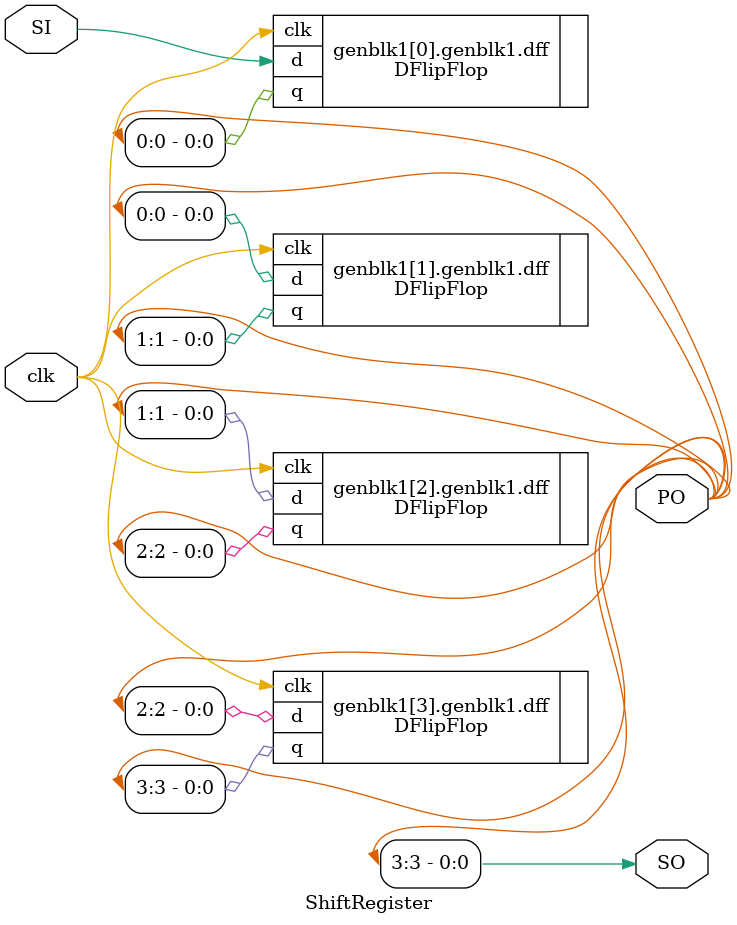
<source format=v>
`timescale 1ns / 1ps

module ShiftRegister #(parameter WIDTH=4)(
    input clk, 
    input SI,
    output [WIDTH-1:0]PO,
    output SO
    );
    
    genvar i;
    generate
        for (i=0;i<WIDTH;i=i+1)
        begin 
            if(i==0) begin
                DFlipFlop dff(.clk(clk),.d(SI),.q(PO[i]));
            end
            else begin
                DFlipFlop dff(.clk(clk),.d(PO[i-1]),.q(PO[i]));
            end
        end
    endgenerate
    
    assign SO=PO[WIDTH-1];
endmodule

</source>
